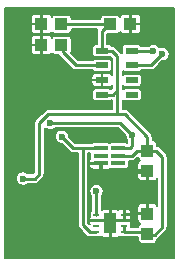
<source format=gbr>
G04 #@! TF.GenerationSoftware,KiCad,Pcbnew,5.0.0-fee4fd1~66~ubuntu16.04.1*
G04 #@! TF.CreationDate,2018-09-07T15:40:04-07:00*
G04 #@! TF.ProjectId,fk-weather-sensors,666B2D776561746865722D73656E736F,rev?*
G04 #@! TF.SameCoordinates,Original*
G04 #@! TF.FileFunction,Copper,L1,Top,Signal*
G04 #@! TF.FilePolarity,Positive*
%FSLAX46Y46*%
G04 Gerber Fmt 4.6, Leading zero omitted, Abs format (unit mm)*
G04 Created by KiCad (PCBNEW 5.0.0-fee4fd1~66~ubuntu16.04.1) date Fri Sep  7 15:40:04 2018*
%MOMM*%
%LPD*%
G01*
G04 APERTURE LIST*
G04 #@! TA.AperFunction,SMDPad,CuDef*
%ADD10R,1.100000X0.500000*%
G04 #@! TD*
G04 #@! TA.AperFunction,SMDPad,CuDef*
%ADD11R,0.550000X0.250000*%
G04 #@! TD*
G04 #@! TA.AperFunction,SMDPad,CuDef*
%ADD12R,1.000000X1.700000*%
G04 #@! TD*
G04 #@! TA.AperFunction,SMDPad,CuDef*
%ADD13R,1.200000X0.350000*%
G04 #@! TD*
G04 #@! TA.AperFunction,SMDPad,CuDef*
%ADD14R,1.100000X1.000000*%
G04 #@! TD*
G04 #@! TA.AperFunction,SMDPad,CuDef*
%ADD15R,1.000000X1.100000*%
G04 #@! TD*
G04 #@! TA.AperFunction,ViaPad*
%ADD16C,0.600000*%
G04 #@! TD*
G04 #@! TA.AperFunction,Conductor*
%ADD17C,0.250000*%
G04 #@! TD*
G04 #@! TA.AperFunction,Conductor*
%ADD18C,0.203000*%
G04 #@! TD*
G04 APERTURE END LIST*
D10*
G04 #@! TO.P,U1,1*
G04 #@! TO.N,3V3*
X148818600Y-107908400D03*
G04 #@! TO.P,U1,2*
G04 #@! TO.N,Net-(C1-Pad1)*
X148818600Y-109158400D03*
G04 #@! TO.P,U1,3*
G04 #@! TO.N,GND*
X148818600Y-110408400D03*
G04 #@! TO.P,U1,4*
G04 #@! TO.N,3V3*
X148818600Y-111658400D03*
G04 #@! TO.P,U1,5*
G04 #@! TO.N,Net-(U1-Pad5)*
X151318600Y-111658400D03*
G04 #@! TO.P,U1,6*
G04 #@! TO.N,Net-(U1-Pad6)*
X151318600Y-110408400D03*
G04 #@! TO.P,U1,7*
G04 #@! TO.N,/SDA*
X151318600Y-109158400D03*
G04 #@! TO.P,U1,8*
G04 #@! TO.N,/SCL*
X151318600Y-107908400D03*
G04 #@! TD*
D11*
G04 #@! TO.P,U3,1*
G04 #@! TO.N,/SDA*
X148336000Y-121793000D03*
G04 #@! TO.P,U3,2*
G04 #@! TO.N,GND*
X148336000Y-122293000D03*
G04 #@! TO.P,U3,3*
G04 #@! TO.N,Net-(U3-Pad3)*
X148336000Y-122793000D03*
G04 #@! TO.P,U3,4*
G04 #@! TO.N,/SCL*
X148336000Y-123293000D03*
G04 #@! TO.P,U3,5*
G04 #@! TO.N,3V3*
X150686000Y-123293000D03*
G04 #@! TO.P,U3,6*
X150686000Y-122793000D03*
G04 #@! TO.P,U3,7*
G04 #@! TO.N,GND*
X150686000Y-122293000D03*
G04 #@! TO.P,U3,8*
X150686000Y-121793000D03*
D12*
G04 #@! TO.P,U3,PAD*
X149511000Y-122543000D03*
G04 #@! TD*
D13*
G04 #@! TO.P,U2,1*
G04 #@! TO.N,/SCL*
X148681600Y-116149600D03*
G04 #@! TO.P,U2,2*
G04 #@! TO.N,Net-(U2-Pad2)*
X148681600Y-116799600D03*
G04 #@! TO.P,U2,3*
G04 #@! TO.N,GND*
X148681600Y-117449600D03*
G04 #@! TO.P,U2,4*
G04 #@! TO.N,Net-(U2-Pad4)*
X150181600Y-117449600D03*
G04 #@! TO.P,U2,5*
G04 #@! TO.N,3V3*
X150181600Y-116799600D03*
G04 #@! TO.P,U2,6*
G04 #@! TO.N,/SDA*
X150181600Y-116149600D03*
G04 #@! TD*
D14*
G04 #@! TO.P,C1,1*
G04 #@! TO.N,Net-(C1-Pad1)*
X145376000Y-107442000D03*
G04 #@! TO.P,C1,2*
G04 #@! TO.N,GND*
X143676000Y-107442000D03*
G04 #@! TD*
G04 #@! TO.P,C2,1*
G04 #@! TO.N,3V3*
X145376000Y-105664000D03*
G04 #@! TO.P,C2,2*
G04 #@! TO.N,GND*
X143676000Y-105664000D03*
G04 #@! TD*
D15*
G04 #@! TO.P,C3,1*
G04 #@! TO.N,3V3*
X152654000Y-116371000D03*
G04 #@! TO.P,C3,2*
G04 #@! TO.N,GND*
X152654000Y-118071000D03*
G04 #@! TD*
D14*
G04 #@! TO.P,C4,1*
G04 #@! TO.N,3V3*
X149518000Y-105664000D03*
G04 #@! TO.P,C4,2*
G04 #@! TO.N,GND*
X151218000Y-105664000D03*
G04 #@! TD*
D15*
G04 #@! TO.P,C5,1*
G04 #@! TO.N,3V3*
X152654000Y-123405000D03*
G04 #@! TO.P,C5,2*
G04 #@! TO.N,GND*
X152654000Y-121705000D03*
G04 #@! TD*
D16*
G04 #@! TO.N,GND*
X152654000Y-119888000D03*
X144780000Y-116449000D03*
X144780000Y-118110000D03*
X145796000Y-118110000D03*
X145796000Y-116967000D03*
G04 #@! TO.N,3V3*
X142113000Y-118745000D03*
G04 #@! TO.N,/SCL*
X145415000Y-115199000D03*
X153162000Y-107950000D03*
G04 #@! TO.N,/SDA*
X148336000Y-119804264D03*
X144399000Y-114046000D03*
X153924000Y-108204000D03*
X151384000Y-115062000D03*
G04 #@! TD*
D17*
G04 #@! TO.N,Net-(C1-Pad1)*
X145476000Y-107442000D02*
X145476000Y-108067000D01*
X146567400Y-109158400D02*
X148018600Y-109158400D01*
X145476000Y-108067000D02*
X146567400Y-109158400D01*
X148018600Y-109158400D02*
X148818600Y-109158400D01*
G04 #@! TO.N,GND*
X152654000Y-119888000D02*
X152654000Y-118071000D01*
X152654000Y-120015000D02*
X152654000Y-119888000D01*
X144780000Y-118110000D02*
X144780000Y-116449000D01*
X145796000Y-116967000D02*
X145796000Y-118110000D01*
X149021800Y-118171000D02*
X151902000Y-118171000D01*
X148681600Y-117449600D02*
X148681600Y-117874600D01*
X148681600Y-117874600D02*
X148978000Y-118171000D01*
X148978000Y-118171000D02*
X149021800Y-118171000D01*
X152654000Y-121605000D02*
X152654000Y-120015000D01*
X151902000Y-118171000D02*
X152527000Y-118171000D01*
X148336000Y-122293000D02*
X149261000Y-122293000D01*
X149261000Y-122293000D02*
X149511000Y-122543000D01*
X150686000Y-121793000D02*
X150686000Y-122293000D01*
X150686000Y-122293000D02*
X149761000Y-122293000D01*
X149761000Y-122293000D02*
X149511000Y-122543000D01*
G04 #@! TO.N,3V3*
X147693000Y-113284000D02*
X150114000Y-113284000D01*
X150114000Y-113284000D02*
X150744200Y-113284000D01*
X150114000Y-111252000D02*
X150114000Y-113284000D01*
X150744200Y-113284000D02*
X152654000Y-115193800D01*
X152654000Y-115193800D02*
X152654000Y-116371000D01*
X150686000Y-123293000D02*
X152442000Y-123293000D01*
X152442000Y-123293000D02*
X152654000Y-123505000D01*
X153924000Y-116891000D02*
X153404000Y-116371000D01*
X152654000Y-123505000D02*
X153279000Y-123505000D01*
X153404000Y-116371000D02*
X152654000Y-116371000D01*
X153279000Y-123505000D02*
X153924000Y-122860000D01*
X153924000Y-122860000D02*
X153924000Y-116891000D01*
X150181600Y-116799600D02*
X151348400Y-116799600D01*
X151348400Y-116799600D02*
X151777000Y-116371000D01*
X151777000Y-116371000D02*
X152654000Y-116371000D01*
X143510000Y-118364000D02*
X143129000Y-118745000D01*
X143129000Y-118745000D02*
X142113000Y-118745000D01*
X143510000Y-114046000D02*
X143510000Y-118364000D01*
X144272000Y-113284000D02*
X143510000Y-114046000D01*
X147693000Y-113284000D02*
X144272000Y-113284000D01*
X148818600Y-107908400D02*
X149618600Y-107908400D01*
X149618600Y-107908400D02*
X150114000Y-108403800D01*
X150114000Y-108403800D02*
X150114000Y-111252000D01*
X149707600Y-111658400D02*
X148818600Y-111658400D01*
X150114000Y-111252000D02*
X149707600Y-111658400D01*
X145476000Y-105664000D02*
X149418000Y-105664000D01*
X148818600Y-107908400D02*
X148818600Y-106263400D01*
X148818600Y-106263400D02*
X149418000Y-105664000D01*
X150686000Y-122793000D02*
X150686000Y-123293000D01*
G04 #@! TO.N,/SCL*
X148681600Y-116149600D02*
X147831600Y-116149600D01*
X147831600Y-116149600D02*
X147193000Y-116149600D01*
X147066000Y-116149600D02*
X147193000Y-116149600D01*
X147193000Y-122675000D02*
X147193000Y-116149600D01*
X146365600Y-116149600D02*
X147066000Y-116149600D01*
X145415000Y-115199000D02*
X146365600Y-116149600D01*
X147811000Y-123293000D02*
X148336000Y-123293000D01*
X147193000Y-122675000D02*
X147811000Y-123293000D01*
X151318600Y-107908400D02*
X153120400Y-107908400D01*
X153120400Y-107908400D02*
X153162000Y-107950000D01*
G04 #@! TO.N,/SDA*
X150181600Y-116149600D02*
X151185400Y-116149600D01*
X151185400Y-116149600D02*
X151384000Y-115951000D01*
X151384000Y-115951000D02*
X151384000Y-115062000D01*
X144399000Y-114046000D02*
X150368000Y-114046000D01*
X150368000Y-114046000D02*
X151384000Y-115062000D01*
X148336000Y-119804264D02*
X148336000Y-121158000D01*
X148336000Y-121158000D02*
X148336000Y-121793000D01*
X151318600Y-109158400D02*
X152969600Y-109158400D01*
X152969600Y-109158400D02*
X153924000Y-108204000D01*
X148336000Y-121793000D02*
X148336000Y-121418000D01*
G04 #@! TD*
D18*
G04 #@! TO.N,GND*
G36*
X154874501Y-125509500D02*
X140633500Y-125509500D01*
X140633500Y-118685462D01*
X141508500Y-118685462D01*
X141508500Y-118804538D01*
X141531731Y-118921326D01*
X141577299Y-119031338D01*
X141643454Y-119130346D01*
X141727654Y-119214546D01*
X141826662Y-119280701D01*
X141936674Y-119326269D01*
X142053462Y-119349500D01*
X142172538Y-119349500D01*
X142289326Y-119326269D01*
X142399338Y-119280701D01*
X142498346Y-119214546D01*
X142538392Y-119174500D01*
X143107903Y-119174500D01*
X143129000Y-119176578D01*
X143150097Y-119174500D01*
X143213197Y-119168285D01*
X143294158Y-119143726D01*
X143368772Y-119103844D01*
X143434172Y-119050172D01*
X143447627Y-119033777D01*
X143798777Y-118682627D01*
X143815172Y-118669172D01*
X143868844Y-118603772D01*
X143908726Y-118529158D01*
X143933285Y-118448197D01*
X143939500Y-118385097D01*
X143941578Y-118364001D01*
X143939500Y-118342904D01*
X143939500Y-114441392D01*
X144013654Y-114515546D01*
X144112662Y-114581701D01*
X144222674Y-114627269D01*
X144339462Y-114650500D01*
X144458538Y-114650500D01*
X144575326Y-114627269D01*
X144685338Y-114581701D01*
X144784346Y-114515546D01*
X144824392Y-114475500D01*
X150190096Y-114475500D01*
X150779500Y-115064905D01*
X150779500Y-115121538D01*
X150802731Y-115238326D01*
X150848299Y-115348338D01*
X150914454Y-115447346D01*
X150954501Y-115487393D01*
X150954500Y-115720100D01*
X150951415Y-115720100D01*
X150898691Y-115691918D01*
X150841292Y-115674506D01*
X150781600Y-115668627D01*
X149581600Y-115668627D01*
X149521908Y-115674506D01*
X149464509Y-115691918D01*
X149431600Y-115709508D01*
X149398691Y-115691918D01*
X149341292Y-115674506D01*
X149281600Y-115668627D01*
X148081600Y-115668627D01*
X148021908Y-115674506D01*
X147964509Y-115691918D01*
X147911785Y-115720100D01*
X147214097Y-115720100D01*
X147193000Y-115718022D01*
X147171903Y-115720100D01*
X146543504Y-115720100D01*
X146019500Y-115196096D01*
X146019500Y-115139462D01*
X145996269Y-115022674D01*
X145950701Y-114912662D01*
X145884546Y-114813654D01*
X145800346Y-114729454D01*
X145701338Y-114663299D01*
X145591326Y-114617731D01*
X145474538Y-114594500D01*
X145355462Y-114594500D01*
X145238674Y-114617731D01*
X145128662Y-114663299D01*
X145029654Y-114729454D01*
X144945454Y-114813654D01*
X144879299Y-114912662D01*
X144833731Y-115022674D01*
X144810500Y-115139462D01*
X144810500Y-115258538D01*
X144833731Y-115375326D01*
X144879299Y-115485338D01*
X144945454Y-115584346D01*
X145029654Y-115668546D01*
X145128662Y-115734701D01*
X145238674Y-115780269D01*
X145355462Y-115803500D01*
X145412096Y-115803500D01*
X146046973Y-116438377D01*
X146060428Y-116454772D01*
X146125828Y-116508444D01*
X146200442Y-116548326D01*
X146281403Y-116572885D01*
X146365599Y-116581178D01*
X146386696Y-116579100D01*
X146763501Y-116579100D01*
X146763500Y-122653903D01*
X146761422Y-122675000D01*
X146764752Y-122708804D01*
X146769715Y-122759196D01*
X146794274Y-122840157D01*
X146834156Y-122914771D01*
X146887828Y-122980172D01*
X146904222Y-122993626D01*
X147492378Y-123581783D01*
X147505828Y-123598172D01*
X147571228Y-123651844D01*
X147645842Y-123691726D01*
X147726803Y-123716285D01*
X147811000Y-123724578D01*
X147832097Y-123722500D01*
X148046044Y-123722500D01*
X148061000Y-123723973D01*
X148611000Y-123723973D01*
X148670692Y-123718094D01*
X148728091Y-123700682D01*
X148780989Y-123672407D01*
X148784709Y-123669354D01*
X148842607Y-123708040D01*
X148907304Y-123734838D01*
X148975986Y-123748500D01*
X149396625Y-123748500D01*
X149485500Y-123659625D01*
X149485500Y-122568500D01*
X149465500Y-122568500D01*
X149465500Y-122517500D01*
X149485500Y-122517500D01*
X149485500Y-121426375D01*
X149396625Y-121337500D01*
X148975986Y-121337500D01*
X148907304Y-121351162D01*
X148842607Y-121377960D01*
X148784709Y-121416646D01*
X148780989Y-121413593D01*
X148765500Y-121405314D01*
X148765500Y-121119986D01*
X151798500Y-121119986D01*
X151798500Y-121590625D01*
X151887375Y-121679500D01*
X152628500Y-121679500D01*
X152628500Y-120888375D01*
X152539625Y-120799500D01*
X152118987Y-120799500D01*
X152050305Y-120813162D01*
X151985608Y-120839960D01*
X151927382Y-120878865D01*
X151877865Y-120928382D01*
X151838960Y-120986607D01*
X151812162Y-121051304D01*
X151798500Y-121119986D01*
X148765500Y-121119986D01*
X148765500Y-120229656D01*
X148805546Y-120189610D01*
X148871701Y-120090602D01*
X148917269Y-119980590D01*
X148940500Y-119863802D01*
X148940500Y-119744726D01*
X148917269Y-119627938D01*
X148871701Y-119517926D01*
X148805546Y-119418918D01*
X148721346Y-119334718D01*
X148622338Y-119268563D01*
X148512326Y-119222995D01*
X148395538Y-119199764D01*
X148276462Y-119199764D01*
X148159674Y-119222995D01*
X148049662Y-119268563D01*
X147950654Y-119334718D01*
X147866454Y-119418918D01*
X147800299Y-119517926D01*
X147754731Y-119627938D01*
X147731500Y-119744726D01*
X147731500Y-119863802D01*
X147754731Y-119980590D01*
X147800299Y-120090602D01*
X147866454Y-120189610D01*
X147906500Y-120229656D01*
X147906501Y-121136894D01*
X147906500Y-121136904D01*
X147906500Y-121405314D01*
X147891011Y-121413593D01*
X147844644Y-121451644D01*
X147806593Y-121498011D01*
X147778318Y-121550909D01*
X147760906Y-121608308D01*
X147755027Y-121668000D01*
X147755027Y-121918000D01*
X147760867Y-121977298D01*
X147745960Y-121999608D01*
X147719162Y-122064305D01*
X147705500Y-122132987D01*
X147705500Y-122178625D01*
X147794375Y-122267500D01*
X148310500Y-122267500D01*
X148310500Y-122247500D01*
X148361500Y-122247500D01*
X148361500Y-122267500D01*
X148381500Y-122267500D01*
X148381500Y-122318500D01*
X148361500Y-122318500D01*
X148361500Y-122338500D01*
X148310500Y-122338500D01*
X148310500Y-122318500D01*
X147794375Y-122318500D01*
X147705500Y-122407375D01*
X147705500Y-122453013D01*
X147719162Y-122521695D01*
X147745960Y-122586392D01*
X147760867Y-122608702D01*
X147758468Y-122633063D01*
X147622500Y-122497096D01*
X147622500Y-118185375D01*
X151798500Y-118185375D01*
X151798500Y-118656014D01*
X151812162Y-118724696D01*
X151838960Y-118789393D01*
X151877865Y-118847618D01*
X151927382Y-118897135D01*
X151985608Y-118936040D01*
X152050305Y-118962838D01*
X152118987Y-118976500D01*
X152539625Y-118976500D01*
X152628500Y-118887625D01*
X152628500Y-118096500D01*
X151887375Y-118096500D01*
X151798500Y-118185375D01*
X147622500Y-118185375D01*
X147622500Y-117563975D01*
X147726100Y-117563975D01*
X147726100Y-117659613D01*
X147739762Y-117728295D01*
X147766560Y-117792992D01*
X147805465Y-117851218D01*
X147854982Y-117900735D01*
X147913207Y-117939640D01*
X147977904Y-117966438D01*
X148046586Y-117980100D01*
X148567225Y-117980100D01*
X148656100Y-117891225D01*
X148656100Y-117475100D01*
X147814975Y-117475100D01*
X147726100Y-117563975D01*
X147622500Y-117563975D01*
X147622500Y-116579100D01*
X147780108Y-116579100D01*
X147775627Y-116624600D01*
X147775627Y-116974600D01*
X147781506Y-117034292D01*
X147791843Y-117068369D01*
X147766560Y-117106208D01*
X147739762Y-117170905D01*
X147726100Y-117239587D01*
X147726100Y-117335225D01*
X147814975Y-117424100D01*
X148656100Y-117424100D01*
X148656100Y-117404100D01*
X148707100Y-117404100D01*
X148707100Y-117424100D01*
X148727100Y-117424100D01*
X148727100Y-117475100D01*
X148707100Y-117475100D01*
X148707100Y-117891225D01*
X148795975Y-117980100D01*
X149316614Y-117980100D01*
X149385296Y-117966438D01*
X149449993Y-117939640D01*
X149487832Y-117914357D01*
X149521908Y-117924694D01*
X149581600Y-117930573D01*
X150781600Y-117930573D01*
X150841292Y-117924694D01*
X150898691Y-117907282D01*
X150951589Y-117879007D01*
X150997956Y-117840956D01*
X151036007Y-117794589D01*
X151064282Y-117741691D01*
X151081694Y-117684292D01*
X151087573Y-117624600D01*
X151087573Y-117274600D01*
X151083092Y-117229100D01*
X151327303Y-117229100D01*
X151348400Y-117231178D01*
X151369497Y-117229100D01*
X151432597Y-117222885D01*
X151513558Y-117198326D01*
X151588172Y-117158444D01*
X151653572Y-117104772D01*
X151667026Y-117088378D01*
X151848027Y-116907377D01*
X151848027Y-116921000D01*
X151853906Y-116980692D01*
X151871318Y-117038091D01*
X151899593Y-117090989D01*
X151937644Y-117137356D01*
X151984011Y-117175407D01*
X152016912Y-117192993D01*
X151985608Y-117205960D01*
X151927382Y-117244865D01*
X151877865Y-117294382D01*
X151838960Y-117352607D01*
X151812162Y-117417304D01*
X151798500Y-117485986D01*
X151798500Y-117956625D01*
X151887375Y-118045500D01*
X152628500Y-118045500D01*
X152628500Y-118025500D01*
X152679500Y-118025500D01*
X152679500Y-118045500D01*
X152699500Y-118045500D01*
X152699500Y-118096500D01*
X152679500Y-118096500D01*
X152679500Y-118887625D01*
X152768375Y-118976500D01*
X153189013Y-118976500D01*
X153257695Y-118962838D01*
X153322392Y-118936040D01*
X153380618Y-118897135D01*
X153430135Y-118847618D01*
X153469040Y-118789393D01*
X153494501Y-118727925D01*
X153494500Y-121048074D01*
X153469040Y-120986607D01*
X153430135Y-120928382D01*
X153380618Y-120878865D01*
X153322392Y-120839960D01*
X153257695Y-120813162D01*
X153189013Y-120799500D01*
X152768375Y-120799500D01*
X152679500Y-120888375D01*
X152679500Y-121679500D01*
X152699500Y-121679500D01*
X152699500Y-121730500D01*
X152679500Y-121730500D01*
X152679500Y-121750500D01*
X152628500Y-121750500D01*
X152628500Y-121730500D01*
X151887375Y-121730500D01*
X151798500Y-121819375D01*
X151798500Y-122290014D01*
X151812162Y-122358696D01*
X151838960Y-122423393D01*
X151877865Y-122481618D01*
X151927382Y-122531135D01*
X151985608Y-122570040D01*
X152016912Y-122583007D01*
X151984011Y-122600593D01*
X151937644Y-122638644D01*
X151899593Y-122685011D01*
X151871318Y-122737909D01*
X151853906Y-122795308D01*
X151848027Y-122855000D01*
X151848027Y-122863500D01*
X151266973Y-122863500D01*
X151266973Y-122668000D01*
X151261133Y-122608702D01*
X151276040Y-122586392D01*
X151302838Y-122521695D01*
X151316500Y-122453013D01*
X151316500Y-122407375D01*
X151227625Y-122318500D01*
X150711500Y-122318500D01*
X150711500Y-122338500D01*
X150660500Y-122338500D01*
X150660500Y-122318500D01*
X150640500Y-122318500D01*
X150640500Y-122267500D01*
X150660500Y-122267500D01*
X150660500Y-121818500D01*
X150711500Y-121818500D01*
X150711500Y-122267500D01*
X150794375Y-122267500D01*
X150800375Y-122273500D01*
X150996014Y-122273500D01*
X151026177Y-122267500D01*
X151227625Y-122267500D01*
X151316500Y-122178625D01*
X151316500Y-122132987D01*
X151302838Y-122064305D01*
X151294013Y-122043000D01*
X151302838Y-122021695D01*
X151316500Y-121953013D01*
X151316500Y-121907375D01*
X151227625Y-121818500D01*
X151026177Y-121818500D01*
X150996014Y-121812500D01*
X150800375Y-121812500D01*
X150794375Y-121818500D01*
X150711500Y-121818500D01*
X150660500Y-121818500D01*
X150640500Y-121818500D01*
X150640500Y-121767500D01*
X150660500Y-121767500D01*
X150660500Y-121401375D01*
X150711500Y-121401375D01*
X150711500Y-121767500D01*
X151227625Y-121767500D01*
X151316500Y-121678625D01*
X151316500Y-121632987D01*
X151302838Y-121564305D01*
X151276040Y-121499608D01*
X151237135Y-121441382D01*
X151187618Y-121391865D01*
X151129393Y-121352960D01*
X151064696Y-121326162D01*
X150996014Y-121312500D01*
X150800375Y-121312500D01*
X150711500Y-121401375D01*
X150660500Y-121401375D01*
X150571625Y-121312500D01*
X150375986Y-121312500D01*
X150307304Y-121326162D01*
X150242607Y-121352960D01*
X150192293Y-121386579D01*
X150179393Y-121377960D01*
X150114696Y-121351162D01*
X150046014Y-121337500D01*
X149625375Y-121337500D01*
X149536500Y-121426375D01*
X149536500Y-122517500D01*
X149556500Y-122517500D01*
X149556500Y-122568500D01*
X149536500Y-122568500D01*
X149536500Y-123659625D01*
X149625375Y-123748500D01*
X150046014Y-123748500D01*
X150114696Y-123734838D01*
X150179393Y-123708040D01*
X150237291Y-123669354D01*
X150241011Y-123672407D01*
X150293909Y-123700682D01*
X150351308Y-123718094D01*
X150411000Y-123723973D01*
X150679858Y-123723973D01*
X150686000Y-123724578D01*
X150692142Y-123723973D01*
X150961000Y-123723973D01*
X150975956Y-123722500D01*
X151848027Y-123722500D01*
X151848027Y-123955000D01*
X151853906Y-124014692D01*
X151871318Y-124072091D01*
X151899593Y-124124989D01*
X151937644Y-124171356D01*
X151984011Y-124209407D01*
X152036909Y-124237682D01*
X152094308Y-124255094D01*
X152154000Y-124260973D01*
X153154000Y-124260973D01*
X153213692Y-124255094D01*
X153271091Y-124237682D01*
X153323989Y-124209407D01*
X153370356Y-124171356D01*
X153408407Y-124124989D01*
X153436682Y-124072091D01*
X153454094Y-124014692D01*
X153459973Y-123955000D01*
X153459973Y-123895273D01*
X153518772Y-123863844D01*
X153584172Y-123810172D01*
X153597626Y-123793778D01*
X154212784Y-123178621D01*
X154229172Y-123165172D01*
X154282844Y-123099772D01*
X154322726Y-123025158D01*
X154347285Y-122944197D01*
X154353500Y-122881097D01*
X154353500Y-122881096D01*
X154355578Y-122860000D01*
X154353500Y-122838903D01*
X154353500Y-116912096D01*
X154355578Y-116890999D01*
X154347285Y-116806803D01*
X154322726Y-116725842D01*
X154317146Y-116715403D01*
X154282844Y-116651228D01*
X154229172Y-116585828D01*
X154212783Y-116572378D01*
X153722626Y-116082222D01*
X153709172Y-116065828D01*
X153643772Y-116012156D01*
X153569158Y-115972274D01*
X153488197Y-115947715D01*
X153459973Y-115944935D01*
X153459973Y-115821000D01*
X153454094Y-115761308D01*
X153436682Y-115703909D01*
X153408407Y-115651011D01*
X153370356Y-115604644D01*
X153323989Y-115566593D01*
X153271091Y-115538318D01*
X153213692Y-115520906D01*
X153154000Y-115515027D01*
X153083500Y-115515027D01*
X153083500Y-115214896D01*
X153085578Y-115193799D01*
X153077285Y-115109603D01*
X153052726Y-115028642D01*
X153049536Y-115022674D01*
X153012844Y-114954028D01*
X152959172Y-114888628D01*
X152942784Y-114875179D01*
X151062827Y-112995223D01*
X151049372Y-112978828D01*
X150983972Y-112925156D01*
X150909358Y-112885274D01*
X150828397Y-112860715D01*
X150765297Y-112854500D01*
X150744200Y-112852422D01*
X150723103Y-112854500D01*
X150543500Y-112854500D01*
X150543500Y-112114101D01*
X150552244Y-112124756D01*
X150598611Y-112162807D01*
X150651509Y-112191082D01*
X150708908Y-112208494D01*
X150768600Y-112214373D01*
X151868600Y-112214373D01*
X151928292Y-112208494D01*
X151985691Y-112191082D01*
X152038589Y-112162807D01*
X152084956Y-112124756D01*
X152123007Y-112078389D01*
X152151282Y-112025491D01*
X152168694Y-111968092D01*
X152174573Y-111908400D01*
X152174573Y-111408400D01*
X152168694Y-111348708D01*
X152151282Y-111291309D01*
X152123007Y-111238411D01*
X152084956Y-111192044D01*
X152038589Y-111153993D01*
X151985691Y-111125718D01*
X151928292Y-111108306D01*
X151868600Y-111102427D01*
X150768600Y-111102427D01*
X150708908Y-111108306D01*
X150651509Y-111125718D01*
X150598611Y-111153993D01*
X150552244Y-111192044D01*
X150543500Y-111202699D01*
X150543500Y-110864101D01*
X150552244Y-110874756D01*
X150598611Y-110912807D01*
X150651509Y-110941082D01*
X150708908Y-110958494D01*
X150768600Y-110964373D01*
X151868600Y-110964373D01*
X151928292Y-110958494D01*
X151985691Y-110941082D01*
X152038589Y-110912807D01*
X152084956Y-110874756D01*
X152123007Y-110828389D01*
X152151282Y-110775491D01*
X152168694Y-110718092D01*
X152174573Y-110658400D01*
X152174573Y-110158400D01*
X152168694Y-110098708D01*
X152151282Y-110041309D01*
X152123007Y-109988411D01*
X152084956Y-109942044D01*
X152038589Y-109903993D01*
X151985691Y-109875718D01*
X151928292Y-109858306D01*
X151868600Y-109852427D01*
X150768600Y-109852427D01*
X150708908Y-109858306D01*
X150651509Y-109875718D01*
X150598611Y-109903993D01*
X150552244Y-109942044D01*
X150543500Y-109952699D01*
X150543500Y-109614101D01*
X150552244Y-109624756D01*
X150598611Y-109662807D01*
X150651509Y-109691082D01*
X150708908Y-109708494D01*
X150768600Y-109714373D01*
X151868600Y-109714373D01*
X151928292Y-109708494D01*
X151985691Y-109691082D01*
X152038589Y-109662807D01*
X152084956Y-109624756D01*
X152115202Y-109587900D01*
X152948503Y-109587900D01*
X152969600Y-109589978D01*
X152990697Y-109587900D01*
X153053797Y-109581685D01*
X153134758Y-109557126D01*
X153209372Y-109517244D01*
X153274772Y-109463572D01*
X153288227Y-109447177D01*
X153926904Y-108808500D01*
X153983538Y-108808500D01*
X154100326Y-108785269D01*
X154210338Y-108739701D01*
X154309346Y-108673546D01*
X154393546Y-108589346D01*
X154459701Y-108490338D01*
X154505269Y-108380326D01*
X154528500Y-108263538D01*
X154528500Y-108144462D01*
X154505269Y-108027674D01*
X154459701Y-107917662D01*
X154393546Y-107818654D01*
X154309346Y-107734454D01*
X154210338Y-107668299D01*
X154100326Y-107622731D01*
X153983538Y-107599500D01*
X153864462Y-107599500D01*
X153747674Y-107622731D01*
X153687113Y-107647816D01*
X153631546Y-107564654D01*
X153547346Y-107480454D01*
X153448338Y-107414299D01*
X153338326Y-107368731D01*
X153221538Y-107345500D01*
X153102462Y-107345500D01*
X152985674Y-107368731D01*
X152875662Y-107414299D01*
X152778980Y-107478900D01*
X152115202Y-107478900D01*
X152084956Y-107442044D01*
X152038589Y-107403993D01*
X151985691Y-107375718D01*
X151928292Y-107358306D01*
X151868600Y-107352427D01*
X150768600Y-107352427D01*
X150708908Y-107358306D01*
X150651509Y-107375718D01*
X150598611Y-107403993D01*
X150552244Y-107442044D01*
X150514193Y-107488411D01*
X150485918Y-107541309D01*
X150468506Y-107598708D01*
X150462627Y-107658400D01*
X150462627Y-108151578D01*
X150419172Y-108098628D01*
X150402779Y-108085175D01*
X149937227Y-107619623D01*
X149923772Y-107603228D01*
X149858372Y-107549556D01*
X149783758Y-107509674D01*
X149702797Y-107485115D01*
X149639697Y-107478900D01*
X149618600Y-107476822D01*
X149613878Y-107477287D01*
X149584956Y-107442044D01*
X149538589Y-107403993D01*
X149485691Y-107375718D01*
X149428292Y-107358306D01*
X149368600Y-107352427D01*
X149248100Y-107352427D01*
X149248100Y-106469973D01*
X150068000Y-106469973D01*
X150127692Y-106464094D01*
X150185091Y-106446682D01*
X150237989Y-106418407D01*
X150284356Y-106380356D01*
X150322407Y-106333989D01*
X150339993Y-106301088D01*
X150352960Y-106332392D01*
X150391865Y-106390618D01*
X150441382Y-106440135D01*
X150499607Y-106479040D01*
X150564304Y-106505838D01*
X150632986Y-106519500D01*
X151103625Y-106519500D01*
X151192500Y-106430625D01*
X151192500Y-105689500D01*
X151243500Y-105689500D01*
X151243500Y-106430625D01*
X151332375Y-106519500D01*
X151803014Y-106519500D01*
X151871696Y-106505838D01*
X151936393Y-106479040D01*
X151994618Y-106440135D01*
X152044135Y-106390618D01*
X152083040Y-106332392D01*
X152109838Y-106267695D01*
X152123500Y-106199013D01*
X152123500Y-105778375D01*
X152034625Y-105689500D01*
X151243500Y-105689500D01*
X151192500Y-105689500D01*
X151172500Y-105689500D01*
X151172500Y-105638500D01*
X151192500Y-105638500D01*
X151192500Y-104897375D01*
X151243500Y-104897375D01*
X151243500Y-105638500D01*
X152034625Y-105638500D01*
X152123500Y-105549625D01*
X152123500Y-105128987D01*
X152109838Y-105060305D01*
X152083040Y-104995608D01*
X152044135Y-104937382D01*
X151994618Y-104887865D01*
X151936393Y-104848960D01*
X151871696Y-104822162D01*
X151803014Y-104808500D01*
X151332375Y-104808500D01*
X151243500Y-104897375D01*
X151192500Y-104897375D01*
X151103625Y-104808500D01*
X150632986Y-104808500D01*
X150564304Y-104822162D01*
X150499607Y-104848960D01*
X150441382Y-104887865D01*
X150391865Y-104937382D01*
X150352960Y-104995608D01*
X150339993Y-105026912D01*
X150322407Y-104994011D01*
X150284356Y-104947644D01*
X150237989Y-104909593D01*
X150185091Y-104881318D01*
X150127692Y-104863906D01*
X150068000Y-104858027D01*
X148968000Y-104858027D01*
X148908308Y-104863906D01*
X148850909Y-104881318D01*
X148798011Y-104909593D01*
X148751644Y-104947644D01*
X148713593Y-104994011D01*
X148685318Y-105046909D01*
X148667906Y-105104308D01*
X148662027Y-105164000D01*
X148662027Y-105234500D01*
X146231973Y-105234500D01*
X146231973Y-105164000D01*
X146226094Y-105104308D01*
X146208682Y-105046909D01*
X146180407Y-104994011D01*
X146142356Y-104947644D01*
X146095989Y-104909593D01*
X146043091Y-104881318D01*
X145985692Y-104863906D01*
X145926000Y-104858027D01*
X144826000Y-104858027D01*
X144766308Y-104863906D01*
X144708909Y-104881318D01*
X144656011Y-104909593D01*
X144609644Y-104947644D01*
X144571593Y-104994011D01*
X144554007Y-105026912D01*
X144541040Y-104995608D01*
X144502135Y-104937382D01*
X144452618Y-104887865D01*
X144394393Y-104848960D01*
X144329696Y-104822162D01*
X144261014Y-104808500D01*
X143790375Y-104808500D01*
X143701500Y-104897375D01*
X143701500Y-105638500D01*
X143721500Y-105638500D01*
X143721500Y-105689500D01*
X143701500Y-105689500D01*
X143701500Y-106430625D01*
X143790375Y-106519500D01*
X144261014Y-106519500D01*
X144329696Y-106505838D01*
X144394393Y-106479040D01*
X144452618Y-106440135D01*
X144502135Y-106390618D01*
X144541040Y-106332392D01*
X144554007Y-106301088D01*
X144571593Y-106333989D01*
X144609644Y-106380356D01*
X144656011Y-106418407D01*
X144708909Y-106446682D01*
X144766308Y-106464094D01*
X144826000Y-106469973D01*
X145926000Y-106469973D01*
X145985692Y-106464094D01*
X146043091Y-106446682D01*
X146095989Y-106418407D01*
X146142356Y-106380356D01*
X146180407Y-106333989D01*
X146208682Y-106281091D01*
X146226094Y-106223692D01*
X146231973Y-106164000D01*
X146231973Y-106093500D01*
X148422409Y-106093500D01*
X148419874Y-106098243D01*
X148395315Y-106179204D01*
X148387022Y-106263400D01*
X148389101Y-106284507D01*
X148389100Y-107352427D01*
X148268600Y-107352427D01*
X148208908Y-107358306D01*
X148151509Y-107375718D01*
X148098611Y-107403993D01*
X148052244Y-107442044D01*
X148014193Y-107488411D01*
X147985918Y-107541309D01*
X147968506Y-107598708D01*
X147962627Y-107658400D01*
X147962627Y-108158400D01*
X147968506Y-108218092D01*
X147985918Y-108275491D01*
X148014193Y-108328389D01*
X148052244Y-108374756D01*
X148098611Y-108412807D01*
X148151509Y-108441082D01*
X148208908Y-108458494D01*
X148268600Y-108464373D01*
X149368600Y-108464373D01*
X149428292Y-108458494D01*
X149485691Y-108441082D01*
X149523610Y-108420814D01*
X149684500Y-108581704D01*
X149684501Y-109992085D01*
X149683640Y-109990007D01*
X149644735Y-109931782D01*
X149595218Y-109882265D01*
X149536992Y-109843360D01*
X149472295Y-109816562D01*
X149403613Y-109802900D01*
X148932975Y-109802900D01*
X148844100Y-109891775D01*
X148844100Y-110382900D01*
X148864100Y-110382900D01*
X148864100Y-110433900D01*
X148844100Y-110433900D01*
X148844100Y-110925025D01*
X148932975Y-111013900D01*
X149403613Y-111013900D01*
X149472295Y-111000238D01*
X149536992Y-110973440D01*
X149595218Y-110934535D01*
X149644735Y-110885018D01*
X149683640Y-110826793D01*
X149684501Y-110824715D01*
X149684501Y-111074095D01*
X149574848Y-111183748D01*
X149538589Y-111153993D01*
X149485691Y-111125718D01*
X149428292Y-111108306D01*
X149368600Y-111102427D01*
X148268600Y-111102427D01*
X148208908Y-111108306D01*
X148151509Y-111125718D01*
X148098611Y-111153993D01*
X148052244Y-111192044D01*
X148014193Y-111238411D01*
X147985918Y-111291309D01*
X147968506Y-111348708D01*
X147962627Y-111408400D01*
X147962627Y-111908400D01*
X147968506Y-111968092D01*
X147985918Y-112025491D01*
X148014193Y-112078389D01*
X148052244Y-112124756D01*
X148098611Y-112162807D01*
X148151509Y-112191082D01*
X148208908Y-112208494D01*
X148268600Y-112214373D01*
X149368600Y-112214373D01*
X149428292Y-112208494D01*
X149485691Y-112191082D01*
X149538589Y-112162807D01*
X149584956Y-112124756D01*
X149615202Y-112087900D01*
X149684500Y-112087900D01*
X149684501Y-112854500D01*
X144293097Y-112854500D01*
X144272000Y-112852422D01*
X144250903Y-112854500D01*
X144187803Y-112860715D01*
X144106842Y-112885274D01*
X144032228Y-112925156D01*
X143966828Y-112978828D01*
X143953378Y-112995217D01*
X143221222Y-113727374D01*
X143204828Y-113740828D01*
X143151156Y-113806229D01*
X143117244Y-113869674D01*
X143111274Y-113880843D01*
X143086715Y-113961804D01*
X143078422Y-114046000D01*
X143080500Y-114067097D01*
X143080501Y-118186095D01*
X142951096Y-118315500D01*
X142538392Y-118315500D01*
X142498346Y-118275454D01*
X142399338Y-118209299D01*
X142289326Y-118163731D01*
X142172538Y-118140500D01*
X142053462Y-118140500D01*
X141936674Y-118163731D01*
X141826662Y-118209299D01*
X141727654Y-118275454D01*
X141643454Y-118359654D01*
X141577299Y-118458662D01*
X141531731Y-118568674D01*
X141508500Y-118685462D01*
X140633500Y-118685462D01*
X140633500Y-110522775D01*
X147913100Y-110522775D01*
X147913100Y-110693414D01*
X147926762Y-110762096D01*
X147953560Y-110826793D01*
X147992465Y-110885018D01*
X148041982Y-110934535D01*
X148100208Y-110973440D01*
X148164905Y-111000238D01*
X148233587Y-111013900D01*
X148704225Y-111013900D01*
X148793100Y-110925025D01*
X148793100Y-110433900D01*
X148001975Y-110433900D01*
X147913100Y-110522775D01*
X140633500Y-110522775D01*
X140633500Y-110123386D01*
X147913100Y-110123386D01*
X147913100Y-110294025D01*
X148001975Y-110382900D01*
X148793100Y-110382900D01*
X148793100Y-109891775D01*
X148704225Y-109802900D01*
X148233587Y-109802900D01*
X148164905Y-109816562D01*
X148100208Y-109843360D01*
X148041982Y-109882265D01*
X147992465Y-109931782D01*
X147953560Y-109990007D01*
X147926762Y-110054704D01*
X147913100Y-110123386D01*
X140633500Y-110123386D01*
X140633500Y-107556375D01*
X142770500Y-107556375D01*
X142770500Y-107977013D01*
X142784162Y-108045695D01*
X142810960Y-108110392D01*
X142849865Y-108168618D01*
X142899382Y-108218135D01*
X142957607Y-108257040D01*
X143022304Y-108283838D01*
X143090986Y-108297500D01*
X143561625Y-108297500D01*
X143650500Y-108208625D01*
X143650500Y-107467500D01*
X142859375Y-107467500D01*
X142770500Y-107556375D01*
X140633500Y-107556375D01*
X140633500Y-106906987D01*
X142770500Y-106906987D01*
X142770500Y-107327625D01*
X142859375Y-107416500D01*
X143650500Y-107416500D01*
X143650500Y-106675375D01*
X143701500Y-106675375D01*
X143701500Y-107416500D01*
X143721500Y-107416500D01*
X143721500Y-107467500D01*
X143701500Y-107467500D01*
X143701500Y-108208625D01*
X143790375Y-108297500D01*
X144261014Y-108297500D01*
X144329696Y-108283838D01*
X144394393Y-108257040D01*
X144452618Y-108218135D01*
X144502135Y-108168618D01*
X144541040Y-108110392D01*
X144554007Y-108079088D01*
X144571593Y-108111989D01*
X144609644Y-108158356D01*
X144656011Y-108196407D01*
X144708909Y-108224682D01*
X144766308Y-108242094D01*
X144826000Y-108247973D01*
X145085728Y-108247973D01*
X145117157Y-108306772D01*
X145170829Y-108372172D01*
X145187218Y-108385622D01*
X146248778Y-109447183D01*
X146262228Y-109463572D01*
X146278615Y-109477020D01*
X146327628Y-109517244D01*
X146402242Y-109557126D01*
X146483203Y-109581685D01*
X146567400Y-109589978D01*
X146588497Y-109587900D01*
X148021998Y-109587900D01*
X148052244Y-109624756D01*
X148098611Y-109662807D01*
X148151509Y-109691082D01*
X148208908Y-109708494D01*
X148268600Y-109714373D01*
X149368600Y-109714373D01*
X149428292Y-109708494D01*
X149485691Y-109691082D01*
X149538589Y-109662807D01*
X149584956Y-109624756D01*
X149623007Y-109578389D01*
X149651282Y-109525491D01*
X149668694Y-109468092D01*
X149674573Y-109408400D01*
X149674573Y-108908400D01*
X149668694Y-108848708D01*
X149651282Y-108791309D01*
X149623007Y-108738411D01*
X149584956Y-108692044D01*
X149538589Y-108653993D01*
X149485691Y-108625718D01*
X149428292Y-108608306D01*
X149368600Y-108602427D01*
X148268600Y-108602427D01*
X148208908Y-108608306D01*
X148151509Y-108625718D01*
X148098611Y-108653993D01*
X148052244Y-108692044D01*
X148021998Y-108728900D01*
X146745305Y-108728900D01*
X146156962Y-108140558D01*
X146180407Y-108111989D01*
X146208682Y-108059091D01*
X146226094Y-108001692D01*
X146231973Y-107942000D01*
X146231973Y-106942000D01*
X146226094Y-106882308D01*
X146208682Y-106824909D01*
X146180407Y-106772011D01*
X146142356Y-106725644D01*
X146095989Y-106687593D01*
X146043091Y-106659318D01*
X145985692Y-106641906D01*
X145926000Y-106636027D01*
X144826000Y-106636027D01*
X144766308Y-106641906D01*
X144708909Y-106659318D01*
X144656011Y-106687593D01*
X144609644Y-106725644D01*
X144571593Y-106772011D01*
X144554007Y-106804912D01*
X144541040Y-106773608D01*
X144502135Y-106715382D01*
X144452618Y-106665865D01*
X144394393Y-106626960D01*
X144329696Y-106600162D01*
X144261014Y-106586500D01*
X143790375Y-106586500D01*
X143701500Y-106675375D01*
X143650500Y-106675375D01*
X143561625Y-106586500D01*
X143090986Y-106586500D01*
X143022304Y-106600162D01*
X142957607Y-106626960D01*
X142899382Y-106665865D01*
X142849865Y-106715382D01*
X142810960Y-106773608D01*
X142784162Y-106838305D01*
X142770500Y-106906987D01*
X140633500Y-106906987D01*
X140633500Y-105778375D01*
X142770500Y-105778375D01*
X142770500Y-106199013D01*
X142784162Y-106267695D01*
X142810960Y-106332392D01*
X142849865Y-106390618D01*
X142899382Y-106440135D01*
X142957607Y-106479040D01*
X143022304Y-106505838D01*
X143090986Y-106519500D01*
X143561625Y-106519500D01*
X143650500Y-106430625D01*
X143650500Y-105689500D01*
X142859375Y-105689500D01*
X142770500Y-105778375D01*
X140633500Y-105778375D01*
X140633500Y-105128987D01*
X142770500Y-105128987D01*
X142770500Y-105549625D01*
X142859375Y-105638500D01*
X143650500Y-105638500D01*
X143650500Y-104897375D01*
X143561625Y-104808500D01*
X143090986Y-104808500D01*
X143022304Y-104822162D01*
X142957607Y-104848960D01*
X142899382Y-104887865D01*
X142849865Y-104937382D01*
X142810960Y-104995608D01*
X142784162Y-105060305D01*
X142770500Y-105128987D01*
X140633500Y-105128987D01*
X140633500Y-104268500D01*
X154874500Y-104268500D01*
X154874501Y-125509500D01*
X154874501Y-125509500D01*
G37*
X154874501Y-125509500D02*
X140633500Y-125509500D01*
X140633500Y-118685462D01*
X141508500Y-118685462D01*
X141508500Y-118804538D01*
X141531731Y-118921326D01*
X141577299Y-119031338D01*
X141643454Y-119130346D01*
X141727654Y-119214546D01*
X141826662Y-119280701D01*
X141936674Y-119326269D01*
X142053462Y-119349500D01*
X142172538Y-119349500D01*
X142289326Y-119326269D01*
X142399338Y-119280701D01*
X142498346Y-119214546D01*
X142538392Y-119174500D01*
X143107903Y-119174500D01*
X143129000Y-119176578D01*
X143150097Y-119174500D01*
X143213197Y-119168285D01*
X143294158Y-119143726D01*
X143368772Y-119103844D01*
X143434172Y-119050172D01*
X143447627Y-119033777D01*
X143798777Y-118682627D01*
X143815172Y-118669172D01*
X143868844Y-118603772D01*
X143908726Y-118529158D01*
X143933285Y-118448197D01*
X143939500Y-118385097D01*
X143941578Y-118364001D01*
X143939500Y-118342904D01*
X143939500Y-114441392D01*
X144013654Y-114515546D01*
X144112662Y-114581701D01*
X144222674Y-114627269D01*
X144339462Y-114650500D01*
X144458538Y-114650500D01*
X144575326Y-114627269D01*
X144685338Y-114581701D01*
X144784346Y-114515546D01*
X144824392Y-114475500D01*
X150190096Y-114475500D01*
X150779500Y-115064905D01*
X150779500Y-115121538D01*
X150802731Y-115238326D01*
X150848299Y-115348338D01*
X150914454Y-115447346D01*
X150954501Y-115487393D01*
X150954500Y-115720100D01*
X150951415Y-115720100D01*
X150898691Y-115691918D01*
X150841292Y-115674506D01*
X150781600Y-115668627D01*
X149581600Y-115668627D01*
X149521908Y-115674506D01*
X149464509Y-115691918D01*
X149431600Y-115709508D01*
X149398691Y-115691918D01*
X149341292Y-115674506D01*
X149281600Y-115668627D01*
X148081600Y-115668627D01*
X148021908Y-115674506D01*
X147964509Y-115691918D01*
X147911785Y-115720100D01*
X147214097Y-115720100D01*
X147193000Y-115718022D01*
X147171903Y-115720100D01*
X146543504Y-115720100D01*
X146019500Y-115196096D01*
X146019500Y-115139462D01*
X145996269Y-115022674D01*
X145950701Y-114912662D01*
X145884546Y-114813654D01*
X145800346Y-114729454D01*
X145701338Y-114663299D01*
X145591326Y-114617731D01*
X145474538Y-114594500D01*
X145355462Y-114594500D01*
X145238674Y-114617731D01*
X145128662Y-114663299D01*
X145029654Y-114729454D01*
X144945454Y-114813654D01*
X144879299Y-114912662D01*
X144833731Y-115022674D01*
X144810500Y-115139462D01*
X144810500Y-115258538D01*
X144833731Y-115375326D01*
X144879299Y-115485338D01*
X144945454Y-115584346D01*
X145029654Y-115668546D01*
X145128662Y-115734701D01*
X145238674Y-115780269D01*
X145355462Y-115803500D01*
X145412096Y-115803500D01*
X146046973Y-116438377D01*
X146060428Y-116454772D01*
X146125828Y-116508444D01*
X146200442Y-116548326D01*
X146281403Y-116572885D01*
X146365599Y-116581178D01*
X146386696Y-116579100D01*
X146763501Y-116579100D01*
X146763500Y-122653903D01*
X146761422Y-122675000D01*
X146764752Y-122708804D01*
X146769715Y-122759196D01*
X146794274Y-122840157D01*
X146834156Y-122914771D01*
X146887828Y-122980172D01*
X146904222Y-122993626D01*
X147492378Y-123581783D01*
X147505828Y-123598172D01*
X147571228Y-123651844D01*
X147645842Y-123691726D01*
X147726803Y-123716285D01*
X147811000Y-123724578D01*
X147832097Y-123722500D01*
X148046044Y-123722500D01*
X148061000Y-123723973D01*
X148611000Y-123723973D01*
X148670692Y-123718094D01*
X148728091Y-123700682D01*
X148780989Y-123672407D01*
X148784709Y-123669354D01*
X148842607Y-123708040D01*
X148907304Y-123734838D01*
X148975986Y-123748500D01*
X149396625Y-123748500D01*
X149485500Y-123659625D01*
X149485500Y-122568500D01*
X149465500Y-122568500D01*
X149465500Y-122517500D01*
X149485500Y-122517500D01*
X149485500Y-121426375D01*
X149396625Y-121337500D01*
X148975986Y-121337500D01*
X148907304Y-121351162D01*
X148842607Y-121377960D01*
X148784709Y-121416646D01*
X148780989Y-121413593D01*
X148765500Y-121405314D01*
X148765500Y-121119986D01*
X151798500Y-121119986D01*
X151798500Y-121590625D01*
X151887375Y-121679500D01*
X152628500Y-121679500D01*
X152628500Y-120888375D01*
X152539625Y-120799500D01*
X152118987Y-120799500D01*
X152050305Y-120813162D01*
X151985608Y-120839960D01*
X151927382Y-120878865D01*
X151877865Y-120928382D01*
X151838960Y-120986607D01*
X151812162Y-121051304D01*
X151798500Y-121119986D01*
X148765500Y-121119986D01*
X148765500Y-120229656D01*
X148805546Y-120189610D01*
X148871701Y-120090602D01*
X148917269Y-119980590D01*
X148940500Y-119863802D01*
X148940500Y-119744726D01*
X148917269Y-119627938D01*
X148871701Y-119517926D01*
X148805546Y-119418918D01*
X148721346Y-119334718D01*
X148622338Y-119268563D01*
X148512326Y-119222995D01*
X148395538Y-119199764D01*
X148276462Y-119199764D01*
X148159674Y-119222995D01*
X148049662Y-119268563D01*
X147950654Y-119334718D01*
X147866454Y-119418918D01*
X147800299Y-119517926D01*
X147754731Y-119627938D01*
X147731500Y-119744726D01*
X147731500Y-119863802D01*
X147754731Y-119980590D01*
X147800299Y-120090602D01*
X147866454Y-120189610D01*
X147906500Y-120229656D01*
X147906501Y-121136894D01*
X147906500Y-121136904D01*
X147906500Y-121405314D01*
X147891011Y-121413593D01*
X147844644Y-121451644D01*
X147806593Y-121498011D01*
X147778318Y-121550909D01*
X147760906Y-121608308D01*
X147755027Y-121668000D01*
X147755027Y-121918000D01*
X147760867Y-121977298D01*
X147745960Y-121999608D01*
X147719162Y-122064305D01*
X147705500Y-122132987D01*
X147705500Y-122178625D01*
X147794375Y-122267500D01*
X148310500Y-122267500D01*
X148310500Y-122247500D01*
X148361500Y-122247500D01*
X148361500Y-122267500D01*
X148381500Y-122267500D01*
X148381500Y-122318500D01*
X148361500Y-122318500D01*
X148361500Y-122338500D01*
X148310500Y-122338500D01*
X148310500Y-122318500D01*
X147794375Y-122318500D01*
X147705500Y-122407375D01*
X147705500Y-122453013D01*
X147719162Y-122521695D01*
X147745960Y-122586392D01*
X147760867Y-122608702D01*
X147758468Y-122633063D01*
X147622500Y-122497096D01*
X147622500Y-118185375D01*
X151798500Y-118185375D01*
X151798500Y-118656014D01*
X151812162Y-118724696D01*
X151838960Y-118789393D01*
X151877865Y-118847618D01*
X151927382Y-118897135D01*
X151985608Y-118936040D01*
X152050305Y-118962838D01*
X152118987Y-118976500D01*
X152539625Y-118976500D01*
X152628500Y-118887625D01*
X152628500Y-118096500D01*
X151887375Y-118096500D01*
X151798500Y-118185375D01*
X147622500Y-118185375D01*
X147622500Y-117563975D01*
X147726100Y-117563975D01*
X147726100Y-117659613D01*
X147739762Y-117728295D01*
X147766560Y-117792992D01*
X147805465Y-117851218D01*
X147854982Y-117900735D01*
X147913207Y-117939640D01*
X147977904Y-117966438D01*
X148046586Y-117980100D01*
X148567225Y-117980100D01*
X148656100Y-117891225D01*
X148656100Y-117475100D01*
X147814975Y-117475100D01*
X147726100Y-117563975D01*
X147622500Y-117563975D01*
X147622500Y-116579100D01*
X147780108Y-116579100D01*
X147775627Y-116624600D01*
X147775627Y-116974600D01*
X147781506Y-117034292D01*
X147791843Y-117068369D01*
X147766560Y-117106208D01*
X147739762Y-117170905D01*
X147726100Y-117239587D01*
X147726100Y-117335225D01*
X147814975Y-117424100D01*
X148656100Y-117424100D01*
X148656100Y-117404100D01*
X148707100Y-117404100D01*
X148707100Y-117424100D01*
X148727100Y-117424100D01*
X148727100Y-117475100D01*
X148707100Y-117475100D01*
X148707100Y-117891225D01*
X148795975Y-117980100D01*
X149316614Y-117980100D01*
X149385296Y-117966438D01*
X149449993Y-117939640D01*
X149487832Y-117914357D01*
X149521908Y-117924694D01*
X149581600Y-117930573D01*
X150781600Y-117930573D01*
X150841292Y-117924694D01*
X150898691Y-117907282D01*
X150951589Y-117879007D01*
X150997956Y-117840956D01*
X151036007Y-117794589D01*
X151064282Y-117741691D01*
X151081694Y-117684292D01*
X151087573Y-117624600D01*
X151087573Y-117274600D01*
X151083092Y-117229100D01*
X151327303Y-117229100D01*
X151348400Y-117231178D01*
X151369497Y-117229100D01*
X151432597Y-117222885D01*
X151513558Y-117198326D01*
X151588172Y-117158444D01*
X151653572Y-117104772D01*
X151667026Y-117088378D01*
X151848027Y-116907377D01*
X151848027Y-116921000D01*
X151853906Y-116980692D01*
X151871318Y-117038091D01*
X151899593Y-117090989D01*
X151937644Y-117137356D01*
X151984011Y-117175407D01*
X152016912Y-117192993D01*
X151985608Y-117205960D01*
X151927382Y-117244865D01*
X151877865Y-117294382D01*
X151838960Y-117352607D01*
X151812162Y-117417304D01*
X151798500Y-117485986D01*
X151798500Y-117956625D01*
X151887375Y-118045500D01*
X152628500Y-118045500D01*
X152628500Y-118025500D01*
X152679500Y-118025500D01*
X152679500Y-118045500D01*
X152699500Y-118045500D01*
X152699500Y-118096500D01*
X152679500Y-118096500D01*
X152679500Y-118887625D01*
X152768375Y-118976500D01*
X153189013Y-118976500D01*
X153257695Y-118962838D01*
X153322392Y-118936040D01*
X153380618Y-118897135D01*
X153430135Y-118847618D01*
X153469040Y-118789393D01*
X153494501Y-118727925D01*
X153494500Y-121048074D01*
X153469040Y-120986607D01*
X153430135Y-120928382D01*
X153380618Y-120878865D01*
X153322392Y-120839960D01*
X153257695Y-120813162D01*
X153189013Y-120799500D01*
X152768375Y-120799500D01*
X152679500Y-120888375D01*
X152679500Y-121679500D01*
X152699500Y-121679500D01*
X152699500Y-121730500D01*
X152679500Y-121730500D01*
X152679500Y-121750500D01*
X152628500Y-121750500D01*
X152628500Y-121730500D01*
X151887375Y-121730500D01*
X151798500Y-121819375D01*
X151798500Y-122290014D01*
X151812162Y-122358696D01*
X151838960Y-122423393D01*
X151877865Y-122481618D01*
X151927382Y-122531135D01*
X151985608Y-122570040D01*
X152016912Y-122583007D01*
X151984011Y-122600593D01*
X151937644Y-122638644D01*
X151899593Y-122685011D01*
X151871318Y-122737909D01*
X151853906Y-122795308D01*
X151848027Y-122855000D01*
X151848027Y-122863500D01*
X151266973Y-122863500D01*
X151266973Y-122668000D01*
X151261133Y-122608702D01*
X151276040Y-122586392D01*
X151302838Y-122521695D01*
X151316500Y-122453013D01*
X151316500Y-122407375D01*
X151227625Y-122318500D01*
X150711500Y-122318500D01*
X150711500Y-122338500D01*
X150660500Y-122338500D01*
X150660500Y-122318500D01*
X150640500Y-122318500D01*
X150640500Y-122267500D01*
X150660500Y-122267500D01*
X150660500Y-121818500D01*
X150711500Y-121818500D01*
X150711500Y-122267500D01*
X150794375Y-122267500D01*
X150800375Y-122273500D01*
X150996014Y-122273500D01*
X151026177Y-122267500D01*
X151227625Y-122267500D01*
X151316500Y-122178625D01*
X151316500Y-122132987D01*
X151302838Y-122064305D01*
X151294013Y-122043000D01*
X151302838Y-122021695D01*
X151316500Y-121953013D01*
X151316500Y-121907375D01*
X151227625Y-121818500D01*
X151026177Y-121818500D01*
X150996014Y-121812500D01*
X150800375Y-121812500D01*
X150794375Y-121818500D01*
X150711500Y-121818500D01*
X150660500Y-121818500D01*
X150640500Y-121818500D01*
X150640500Y-121767500D01*
X150660500Y-121767500D01*
X150660500Y-121401375D01*
X150711500Y-121401375D01*
X150711500Y-121767500D01*
X151227625Y-121767500D01*
X151316500Y-121678625D01*
X151316500Y-121632987D01*
X151302838Y-121564305D01*
X151276040Y-121499608D01*
X151237135Y-121441382D01*
X151187618Y-121391865D01*
X151129393Y-121352960D01*
X151064696Y-121326162D01*
X150996014Y-121312500D01*
X150800375Y-121312500D01*
X150711500Y-121401375D01*
X150660500Y-121401375D01*
X150571625Y-121312500D01*
X150375986Y-121312500D01*
X150307304Y-121326162D01*
X150242607Y-121352960D01*
X150192293Y-121386579D01*
X150179393Y-121377960D01*
X150114696Y-121351162D01*
X150046014Y-121337500D01*
X149625375Y-121337500D01*
X149536500Y-121426375D01*
X149536500Y-122517500D01*
X149556500Y-122517500D01*
X149556500Y-122568500D01*
X149536500Y-122568500D01*
X149536500Y-123659625D01*
X149625375Y-123748500D01*
X150046014Y-123748500D01*
X150114696Y-123734838D01*
X150179393Y-123708040D01*
X150237291Y-123669354D01*
X150241011Y-123672407D01*
X150293909Y-123700682D01*
X150351308Y-123718094D01*
X150411000Y-123723973D01*
X150679858Y-123723973D01*
X150686000Y-123724578D01*
X150692142Y-123723973D01*
X150961000Y-123723973D01*
X150975956Y-123722500D01*
X151848027Y-123722500D01*
X151848027Y-123955000D01*
X151853906Y-124014692D01*
X151871318Y-124072091D01*
X151899593Y-124124989D01*
X151937644Y-124171356D01*
X151984011Y-124209407D01*
X152036909Y-124237682D01*
X152094308Y-124255094D01*
X152154000Y-124260973D01*
X153154000Y-124260973D01*
X153213692Y-124255094D01*
X153271091Y-124237682D01*
X153323989Y-124209407D01*
X153370356Y-124171356D01*
X153408407Y-124124989D01*
X153436682Y-124072091D01*
X153454094Y-124014692D01*
X153459973Y-123955000D01*
X153459973Y-123895273D01*
X153518772Y-123863844D01*
X153584172Y-123810172D01*
X153597626Y-123793778D01*
X154212784Y-123178621D01*
X154229172Y-123165172D01*
X154282844Y-123099772D01*
X154322726Y-123025158D01*
X154347285Y-122944197D01*
X154353500Y-122881097D01*
X154353500Y-122881096D01*
X154355578Y-122860000D01*
X154353500Y-122838903D01*
X154353500Y-116912096D01*
X154355578Y-116890999D01*
X154347285Y-116806803D01*
X154322726Y-116725842D01*
X154317146Y-116715403D01*
X154282844Y-116651228D01*
X154229172Y-116585828D01*
X154212783Y-116572378D01*
X153722626Y-116082222D01*
X153709172Y-116065828D01*
X153643772Y-116012156D01*
X153569158Y-115972274D01*
X153488197Y-115947715D01*
X153459973Y-115944935D01*
X153459973Y-115821000D01*
X153454094Y-115761308D01*
X153436682Y-115703909D01*
X153408407Y-115651011D01*
X153370356Y-115604644D01*
X153323989Y-115566593D01*
X153271091Y-115538318D01*
X153213692Y-115520906D01*
X153154000Y-115515027D01*
X153083500Y-115515027D01*
X153083500Y-115214896D01*
X153085578Y-115193799D01*
X153077285Y-115109603D01*
X153052726Y-115028642D01*
X153049536Y-115022674D01*
X153012844Y-114954028D01*
X152959172Y-114888628D01*
X152942784Y-114875179D01*
X151062827Y-112995223D01*
X151049372Y-112978828D01*
X150983972Y-112925156D01*
X150909358Y-112885274D01*
X150828397Y-112860715D01*
X150765297Y-112854500D01*
X150744200Y-112852422D01*
X150723103Y-112854500D01*
X150543500Y-112854500D01*
X150543500Y-112114101D01*
X150552244Y-112124756D01*
X150598611Y-112162807D01*
X150651509Y-112191082D01*
X150708908Y-112208494D01*
X150768600Y-112214373D01*
X151868600Y-112214373D01*
X151928292Y-112208494D01*
X151985691Y-112191082D01*
X152038589Y-112162807D01*
X152084956Y-112124756D01*
X152123007Y-112078389D01*
X152151282Y-112025491D01*
X152168694Y-111968092D01*
X152174573Y-111908400D01*
X152174573Y-111408400D01*
X152168694Y-111348708D01*
X152151282Y-111291309D01*
X152123007Y-111238411D01*
X152084956Y-111192044D01*
X152038589Y-111153993D01*
X151985691Y-111125718D01*
X151928292Y-111108306D01*
X151868600Y-111102427D01*
X150768600Y-111102427D01*
X150708908Y-111108306D01*
X150651509Y-111125718D01*
X150598611Y-111153993D01*
X150552244Y-111192044D01*
X150543500Y-111202699D01*
X150543500Y-110864101D01*
X150552244Y-110874756D01*
X150598611Y-110912807D01*
X150651509Y-110941082D01*
X150708908Y-110958494D01*
X150768600Y-110964373D01*
X151868600Y-110964373D01*
X151928292Y-110958494D01*
X151985691Y-110941082D01*
X152038589Y-110912807D01*
X152084956Y-110874756D01*
X152123007Y-110828389D01*
X152151282Y-110775491D01*
X152168694Y-110718092D01*
X152174573Y-110658400D01*
X152174573Y-110158400D01*
X152168694Y-110098708D01*
X152151282Y-110041309D01*
X152123007Y-109988411D01*
X152084956Y-109942044D01*
X152038589Y-109903993D01*
X151985691Y-109875718D01*
X151928292Y-109858306D01*
X151868600Y-109852427D01*
X150768600Y-109852427D01*
X150708908Y-109858306D01*
X150651509Y-109875718D01*
X150598611Y-109903993D01*
X150552244Y-109942044D01*
X150543500Y-109952699D01*
X150543500Y-109614101D01*
X150552244Y-109624756D01*
X150598611Y-109662807D01*
X150651509Y-109691082D01*
X150708908Y-109708494D01*
X150768600Y-109714373D01*
X151868600Y-109714373D01*
X151928292Y-109708494D01*
X151985691Y-109691082D01*
X152038589Y-109662807D01*
X152084956Y-109624756D01*
X152115202Y-109587900D01*
X152948503Y-109587900D01*
X152969600Y-109589978D01*
X152990697Y-109587900D01*
X153053797Y-109581685D01*
X153134758Y-109557126D01*
X153209372Y-109517244D01*
X153274772Y-109463572D01*
X153288227Y-109447177D01*
X153926904Y-108808500D01*
X153983538Y-108808500D01*
X154100326Y-108785269D01*
X154210338Y-108739701D01*
X154309346Y-108673546D01*
X154393546Y-108589346D01*
X154459701Y-108490338D01*
X154505269Y-108380326D01*
X154528500Y-108263538D01*
X154528500Y-108144462D01*
X154505269Y-108027674D01*
X154459701Y-107917662D01*
X154393546Y-107818654D01*
X154309346Y-107734454D01*
X154210338Y-107668299D01*
X154100326Y-107622731D01*
X153983538Y-107599500D01*
X153864462Y-107599500D01*
X153747674Y-107622731D01*
X153687113Y-107647816D01*
X153631546Y-107564654D01*
X153547346Y-107480454D01*
X153448338Y-107414299D01*
X153338326Y-107368731D01*
X153221538Y-107345500D01*
X153102462Y-107345500D01*
X152985674Y-107368731D01*
X152875662Y-107414299D01*
X152778980Y-107478900D01*
X152115202Y-107478900D01*
X152084956Y-107442044D01*
X152038589Y-107403993D01*
X151985691Y-107375718D01*
X151928292Y-107358306D01*
X151868600Y-107352427D01*
X150768600Y-107352427D01*
X150708908Y-107358306D01*
X150651509Y-107375718D01*
X150598611Y-107403993D01*
X150552244Y-107442044D01*
X150514193Y-107488411D01*
X150485918Y-107541309D01*
X150468506Y-107598708D01*
X150462627Y-107658400D01*
X150462627Y-108151578D01*
X150419172Y-108098628D01*
X150402779Y-108085175D01*
X149937227Y-107619623D01*
X149923772Y-107603228D01*
X149858372Y-107549556D01*
X149783758Y-107509674D01*
X149702797Y-107485115D01*
X149639697Y-107478900D01*
X149618600Y-107476822D01*
X149613878Y-107477287D01*
X149584956Y-107442044D01*
X149538589Y-107403993D01*
X149485691Y-107375718D01*
X149428292Y-107358306D01*
X149368600Y-107352427D01*
X149248100Y-107352427D01*
X149248100Y-106469973D01*
X150068000Y-106469973D01*
X150127692Y-106464094D01*
X150185091Y-106446682D01*
X150237989Y-106418407D01*
X150284356Y-106380356D01*
X150322407Y-106333989D01*
X150339993Y-106301088D01*
X150352960Y-106332392D01*
X150391865Y-106390618D01*
X150441382Y-106440135D01*
X150499607Y-106479040D01*
X150564304Y-106505838D01*
X150632986Y-106519500D01*
X151103625Y-106519500D01*
X151192500Y-106430625D01*
X151192500Y-105689500D01*
X151243500Y-105689500D01*
X151243500Y-106430625D01*
X151332375Y-106519500D01*
X151803014Y-106519500D01*
X151871696Y-106505838D01*
X151936393Y-106479040D01*
X151994618Y-106440135D01*
X152044135Y-106390618D01*
X152083040Y-106332392D01*
X152109838Y-106267695D01*
X152123500Y-106199013D01*
X152123500Y-105778375D01*
X152034625Y-105689500D01*
X151243500Y-105689500D01*
X151192500Y-105689500D01*
X151172500Y-105689500D01*
X151172500Y-105638500D01*
X151192500Y-105638500D01*
X151192500Y-104897375D01*
X151243500Y-104897375D01*
X151243500Y-105638500D01*
X152034625Y-105638500D01*
X152123500Y-105549625D01*
X152123500Y-105128987D01*
X152109838Y-105060305D01*
X152083040Y-104995608D01*
X152044135Y-104937382D01*
X151994618Y-104887865D01*
X151936393Y-104848960D01*
X151871696Y-104822162D01*
X151803014Y-104808500D01*
X151332375Y-104808500D01*
X151243500Y-104897375D01*
X151192500Y-104897375D01*
X151103625Y-104808500D01*
X150632986Y-104808500D01*
X150564304Y-104822162D01*
X150499607Y-104848960D01*
X150441382Y-104887865D01*
X150391865Y-104937382D01*
X150352960Y-104995608D01*
X150339993Y-105026912D01*
X150322407Y-104994011D01*
X150284356Y-104947644D01*
X150237989Y-104909593D01*
X150185091Y-104881318D01*
X150127692Y-104863906D01*
X150068000Y-104858027D01*
X148968000Y-104858027D01*
X148908308Y-104863906D01*
X148850909Y-104881318D01*
X148798011Y-104909593D01*
X148751644Y-104947644D01*
X148713593Y-104994011D01*
X148685318Y-105046909D01*
X148667906Y-105104308D01*
X148662027Y-105164000D01*
X148662027Y-105234500D01*
X146231973Y-105234500D01*
X146231973Y-105164000D01*
X146226094Y-105104308D01*
X146208682Y-105046909D01*
X146180407Y-104994011D01*
X146142356Y-104947644D01*
X146095989Y-104909593D01*
X146043091Y-104881318D01*
X145985692Y-104863906D01*
X145926000Y-104858027D01*
X144826000Y-104858027D01*
X144766308Y-104863906D01*
X144708909Y-104881318D01*
X144656011Y-104909593D01*
X144609644Y-104947644D01*
X144571593Y-104994011D01*
X144554007Y-105026912D01*
X144541040Y-104995608D01*
X144502135Y-104937382D01*
X144452618Y-104887865D01*
X144394393Y-104848960D01*
X144329696Y-104822162D01*
X144261014Y-104808500D01*
X143790375Y-104808500D01*
X143701500Y-104897375D01*
X143701500Y-105638500D01*
X143721500Y-105638500D01*
X143721500Y-105689500D01*
X143701500Y-105689500D01*
X143701500Y-106430625D01*
X143790375Y-106519500D01*
X144261014Y-106519500D01*
X144329696Y-106505838D01*
X144394393Y-106479040D01*
X144452618Y-106440135D01*
X144502135Y-106390618D01*
X144541040Y-106332392D01*
X144554007Y-106301088D01*
X144571593Y-106333989D01*
X144609644Y-106380356D01*
X144656011Y-106418407D01*
X144708909Y-106446682D01*
X144766308Y-106464094D01*
X144826000Y-106469973D01*
X145926000Y-106469973D01*
X145985692Y-106464094D01*
X146043091Y-106446682D01*
X146095989Y-106418407D01*
X146142356Y-106380356D01*
X146180407Y-106333989D01*
X146208682Y-106281091D01*
X146226094Y-106223692D01*
X146231973Y-106164000D01*
X146231973Y-106093500D01*
X148422409Y-106093500D01*
X148419874Y-106098243D01*
X148395315Y-106179204D01*
X148387022Y-106263400D01*
X148389101Y-106284507D01*
X148389100Y-107352427D01*
X148268600Y-107352427D01*
X148208908Y-107358306D01*
X148151509Y-107375718D01*
X148098611Y-107403993D01*
X148052244Y-107442044D01*
X148014193Y-107488411D01*
X147985918Y-107541309D01*
X147968506Y-107598708D01*
X147962627Y-107658400D01*
X147962627Y-108158400D01*
X147968506Y-108218092D01*
X147985918Y-108275491D01*
X148014193Y-108328389D01*
X148052244Y-108374756D01*
X148098611Y-108412807D01*
X148151509Y-108441082D01*
X148208908Y-108458494D01*
X148268600Y-108464373D01*
X149368600Y-108464373D01*
X149428292Y-108458494D01*
X149485691Y-108441082D01*
X149523610Y-108420814D01*
X149684500Y-108581704D01*
X149684501Y-109992085D01*
X149683640Y-109990007D01*
X149644735Y-109931782D01*
X149595218Y-109882265D01*
X149536992Y-109843360D01*
X149472295Y-109816562D01*
X149403613Y-109802900D01*
X148932975Y-109802900D01*
X148844100Y-109891775D01*
X148844100Y-110382900D01*
X148864100Y-110382900D01*
X148864100Y-110433900D01*
X148844100Y-110433900D01*
X148844100Y-110925025D01*
X148932975Y-111013900D01*
X149403613Y-111013900D01*
X149472295Y-111000238D01*
X149536992Y-110973440D01*
X149595218Y-110934535D01*
X149644735Y-110885018D01*
X149683640Y-110826793D01*
X149684501Y-110824715D01*
X149684501Y-111074095D01*
X149574848Y-111183748D01*
X149538589Y-111153993D01*
X149485691Y-111125718D01*
X149428292Y-111108306D01*
X149368600Y-111102427D01*
X148268600Y-111102427D01*
X148208908Y-111108306D01*
X148151509Y-111125718D01*
X148098611Y-111153993D01*
X148052244Y-111192044D01*
X148014193Y-111238411D01*
X147985918Y-111291309D01*
X147968506Y-111348708D01*
X147962627Y-111408400D01*
X147962627Y-111908400D01*
X147968506Y-111968092D01*
X147985918Y-112025491D01*
X148014193Y-112078389D01*
X148052244Y-112124756D01*
X148098611Y-112162807D01*
X148151509Y-112191082D01*
X148208908Y-112208494D01*
X148268600Y-112214373D01*
X149368600Y-112214373D01*
X149428292Y-112208494D01*
X149485691Y-112191082D01*
X149538589Y-112162807D01*
X149584956Y-112124756D01*
X149615202Y-112087900D01*
X149684500Y-112087900D01*
X149684501Y-112854500D01*
X144293097Y-112854500D01*
X144272000Y-112852422D01*
X144250903Y-112854500D01*
X144187803Y-112860715D01*
X144106842Y-112885274D01*
X144032228Y-112925156D01*
X143966828Y-112978828D01*
X143953378Y-112995217D01*
X143221222Y-113727374D01*
X143204828Y-113740828D01*
X143151156Y-113806229D01*
X143117244Y-113869674D01*
X143111274Y-113880843D01*
X143086715Y-113961804D01*
X143078422Y-114046000D01*
X143080500Y-114067097D01*
X143080501Y-118186095D01*
X142951096Y-118315500D01*
X142538392Y-118315500D01*
X142498346Y-118275454D01*
X142399338Y-118209299D01*
X142289326Y-118163731D01*
X142172538Y-118140500D01*
X142053462Y-118140500D01*
X141936674Y-118163731D01*
X141826662Y-118209299D01*
X141727654Y-118275454D01*
X141643454Y-118359654D01*
X141577299Y-118458662D01*
X141531731Y-118568674D01*
X141508500Y-118685462D01*
X140633500Y-118685462D01*
X140633500Y-110522775D01*
X147913100Y-110522775D01*
X147913100Y-110693414D01*
X147926762Y-110762096D01*
X147953560Y-110826793D01*
X147992465Y-110885018D01*
X148041982Y-110934535D01*
X148100208Y-110973440D01*
X148164905Y-111000238D01*
X148233587Y-111013900D01*
X148704225Y-111013900D01*
X148793100Y-110925025D01*
X148793100Y-110433900D01*
X148001975Y-110433900D01*
X147913100Y-110522775D01*
X140633500Y-110522775D01*
X140633500Y-110123386D01*
X147913100Y-110123386D01*
X147913100Y-110294025D01*
X148001975Y-110382900D01*
X148793100Y-110382900D01*
X148793100Y-109891775D01*
X148704225Y-109802900D01*
X148233587Y-109802900D01*
X148164905Y-109816562D01*
X148100208Y-109843360D01*
X148041982Y-109882265D01*
X147992465Y-109931782D01*
X147953560Y-109990007D01*
X147926762Y-110054704D01*
X147913100Y-110123386D01*
X140633500Y-110123386D01*
X140633500Y-107556375D01*
X142770500Y-107556375D01*
X142770500Y-107977013D01*
X142784162Y-108045695D01*
X142810960Y-108110392D01*
X142849865Y-108168618D01*
X142899382Y-108218135D01*
X142957607Y-108257040D01*
X143022304Y-108283838D01*
X143090986Y-108297500D01*
X143561625Y-108297500D01*
X143650500Y-108208625D01*
X143650500Y-107467500D01*
X142859375Y-107467500D01*
X142770500Y-107556375D01*
X140633500Y-107556375D01*
X140633500Y-106906987D01*
X142770500Y-106906987D01*
X142770500Y-107327625D01*
X142859375Y-107416500D01*
X143650500Y-107416500D01*
X143650500Y-106675375D01*
X143701500Y-106675375D01*
X143701500Y-107416500D01*
X143721500Y-107416500D01*
X143721500Y-107467500D01*
X143701500Y-107467500D01*
X143701500Y-108208625D01*
X143790375Y-108297500D01*
X144261014Y-108297500D01*
X144329696Y-108283838D01*
X144394393Y-108257040D01*
X144452618Y-108218135D01*
X144502135Y-108168618D01*
X144541040Y-108110392D01*
X144554007Y-108079088D01*
X144571593Y-108111989D01*
X144609644Y-108158356D01*
X144656011Y-108196407D01*
X144708909Y-108224682D01*
X144766308Y-108242094D01*
X144826000Y-108247973D01*
X145085728Y-108247973D01*
X145117157Y-108306772D01*
X145170829Y-108372172D01*
X145187218Y-108385622D01*
X146248778Y-109447183D01*
X146262228Y-109463572D01*
X146278615Y-109477020D01*
X146327628Y-109517244D01*
X146402242Y-109557126D01*
X146483203Y-109581685D01*
X146567400Y-109589978D01*
X146588497Y-109587900D01*
X148021998Y-109587900D01*
X148052244Y-109624756D01*
X148098611Y-109662807D01*
X148151509Y-109691082D01*
X148208908Y-109708494D01*
X148268600Y-109714373D01*
X149368600Y-109714373D01*
X149428292Y-109708494D01*
X149485691Y-109691082D01*
X149538589Y-109662807D01*
X149584956Y-109624756D01*
X149623007Y-109578389D01*
X149651282Y-109525491D01*
X149668694Y-109468092D01*
X149674573Y-109408400D01*
X149674573Y-108908400D01*
X149668694Y-108848708D01*
X149651282Y-108791309D01*
X149623007Y-108738411D01*
X149584956Y-108692044D01*
X149538589Y-108653993D01*
X149485691Y-108625718D01*
X149428292Y-108608306D01*
X149368600Y-108602427D01*
X148268600Y-108602427D01*
X148208908Y-108608306D01*
X148151509Y-108625718D01*
X148098611Y-108653993D01*
X148052244Y-108692044D01*
X148021998Y-108728900D01*
X146745305Y-108728900D01*
X146156962Y-108140558D01*
X146180407Y-108111989D01*
X146208682Y-108059091D01*
X146226094Y-108001692D01*
X146231973Y-107942000D01*
X146231973Y-106942000D01*
X146226094Y-106882308D01*
X146208682Y-106824909D01*
X146180407Y-106772011D01*
X146142356Y-106725644D01*
X146095989Y-106687593D01*
X146043091Y-106659318D01*
X145985692Y-106641906D01*
X145926000Y-106636027D01*
X144826000Y-106636027D01*
X144766308Y-106641906D01*
X144708909Y-106659318D01*
X144656011Y-106687593D01*
X144609644Y-106725644D01*
X144571593Y-106772011D01*
X144554007Y-106804912D01*
X144541040Y-106773608D01*
X144502135Y-106715382D01*
X144452618Y-106665865D01*
X144394393Y-106626960D01*
X144329696Y-106600162D01*
X144261014Y-106586500D01*
X143790375Y-106586500D01*
X143701500Y-106675375D01*
X143650500Y-106675375D01*
X143561625Y-106586500D01*
X143090986Y-106586500D01*
X143022304Y-106600162D01*
X142957607Y-106626960D01*
X142899382Y-106665865D01*
X142849865Y-106715382D01*
X142810960Y-106773608D01*
X142784162Y-106838305D01*
X142770500Y-106906987D01*
X140633500Y-106906987D01*
X140633500Y-105778375D01*
X142770500Y-105778375D01*
X142770500Y-106199013D01*
X142784162Y-106267695D01*
X142810960Y-106332392D01*
X142849865Y-106390618D01*
X142899382Y-106440135D01*
X142957607Y-106479040D01*
X143022304Y-106505838D01*
X143090986Y-106519500D01*
X143561625Y-106519500D01*
X143650500Y-106430625D01*
X143650500Y-105689500D01*
X142859375Y-105689500D01*
X142770500Y-105778375D01*
X140633500Y-105778375D01*
X140633500Y-105128987D01*
X142770500Y-105128987D01*
X142770500Y-105549625D01*
X142859375Y-105638500D01*
X143650500Y-105638500D01*
X143650500Y-104897375D01*
X143561625Y-104808500D01*
X143090986Y-104808500D01*
X143022304Y-104822162D01*
X142957607Y-104848960D01*
X142899382Y-104887865D01*
X142849865Y-104937382D01*
X142810960Y-104995608D01*
X142784162Y-105060305D01*
X142770500Y-105128987D01*
X140633500Y-105128987D01*
X140633500Y-104268500D01*
X154874500Y-104268500D01*
X154874501Y-125509500D01*
G04 #@! TD*
M02*

</source>
